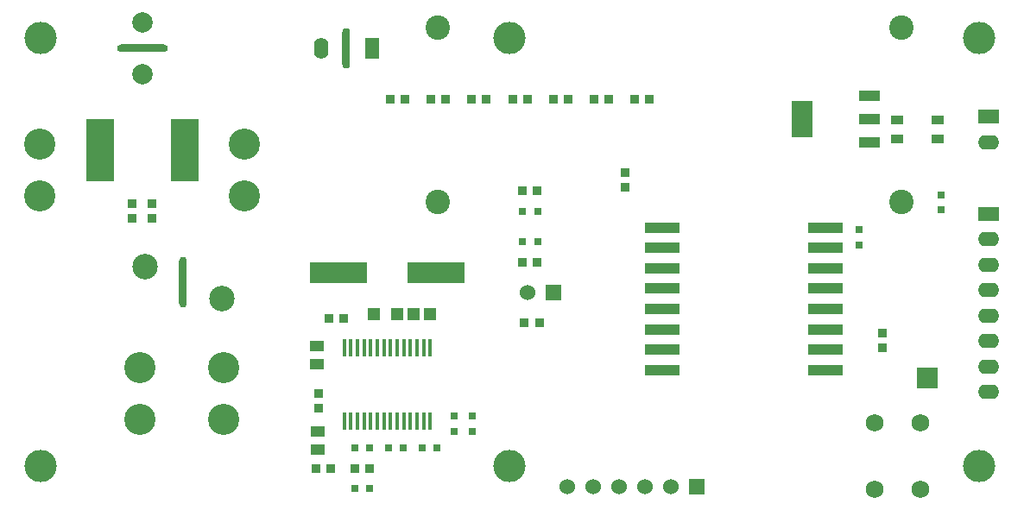
<source format=gts>
G04 #@! TF.FileFunction,Soldermask,Top*
%FSLAX46Y46*%
G04 Gerber Fmt 4.6, Leading zero omitted, Abs format (unit mm)*
G04 Created by KiCad (PCBNEW (2015-06-05 BZR 5717)-product) date Tue 11 Aug 2015 19:51:47 PDT*
%MOMM*%
G01*
G04 APERTURE LIST*
%ADD10C,0.152400*%
%ADD11C,2.400000*%
%ADD12C,3.175000*%
%ADD13R,1.300000X0.900000*%
%ADD14R,0.800000X0.800000*%
%ADD15R,2.100000X1.400000*%
%ADD16O,2.100000X1.400000*%
%ADD17R,1.524000X1.524000*%
%ADD18C,1.524000*%
%ADD19C,3.048000*%
%ADD20R,0.950000X0.950000*%
%ADD21R,2.700000X6.200000*%
%ADD22R,1.400000X1.100000*%
%ADD23C,1.750000*%
%ADD24R,2.032000X2.032000*%
%ADD25R,1.270000X1.270000*%
%ADD26R,2.032000X3.657600*%
%ADD27R,2.032000X1.016000*%
%ADD28R,0.400000X1.750000*%
%ADD29R,3.500000X1.000000*%
%ADD30R,5.600000X2.100000*%
%ADD31R,1.400000X2.100000*%
%ADD32O,1.400000X2.100000*%
%ADD33O,0.762000X4.000000*%
%ADD34C,1.998980*%
%ADD35O,5.000000X0.762000*%
%ADD36C,2.500000*%
%ADD37O,0.762000X5.000000*%
G04 APERTURE END LIST*
D10*
D11*
X152984200Y-95123000D03*
D12*
X160000000Y-121000000D03*
X160000000Y-79000000D03*
D13*
X201990000Y-87047500D03*
X201990000Y-88952500D03*
X197990000Y-87047500D03*
X197990000Y-88952500D03*
D14*
X151396000Y-119263000D03*
X152896000Y-119263000D03*
X148094000Y-119263000D03*
X149594000Y-119263000D03*
X161250000Y-96010000D03*
X162750000Y-96010000D03*
X161250000Y-99010000D03*
X162750000Y-99010000D03*
X144792000Y-123200000D03*
X146292000Y-123200000D03*
X146292000Y-119243000D03*
X144792000Y-119243000D03*
X156327000Y-116090000D03*
X156327000Y-117590000D03*
X154549000Y-116090000D03*
X154549000Y-117590000D03*
X202321000Y-95873000D03*
X202321000Y-94373000D03*
X194249200Y-97802000D03*
X194249200Y-99302000D03*
D15*
X207000000Y-86750000D03*
D16*
X207000000Y-89250000D03*
D17*
X164270000Y-104000000D03*
D18*
X161730000Y-104000000D03*
D16*
X207000000Y-98750000D03*
X207000000Y-101250000D03*
D15*
X207000000Y-96250000D03*
D16*
X207000000Y-103750000D03*
X207000000Y-106250000D03*
X207000000Y-108750000D03*
X207000000Y-111250000D03*
X207000000Y-113750000D03*
D17*
X178350000Y-123000000D03*
D18*
X175810000Y-123000000D03*
X173270000Y-123000000D03*
X170730000Y-123000000D03*
X168190000Y-123000000D03*
X165650000Y-123000000D03*
D19*
X131953000Y-116459000D03*
X131953000Y-111379000D03*
X123698000Y-116459000D03*
X123698000Y-111379000D03*
X113952000Y-94540000D03*
X113952000Y-89460000D03*
X133952000Y-94540000D03*
X133952000Y-89460000D03*
D20*
X148275000Y-85010000D03*
X149725000Y-85010000D03*
X152275000Y-85010000D03*
X153725000Y-85010000D03*
X156275000Y-85010000D03*
X157725000Y-85010000D03*
X122962000Y-96725000D03*
X122962000Y-95275000D03*
D21*
X119802000Y-90000000D03*
X128102000Y-90000000D03*
D20*
X160275000Y-85010000D03*
X161725000Y-85010000D03*
X124962000Y-96725000D03*
X124962000Y-95275000D03*
X164275000Y-85010000D03*
X165725000Y-85010000D03*
X168275000Y-85010000D03*
X169725000Y-85010000D03*
X172275000Y-85010000D03*
X173725000Y-85010000D03*
X161275000Y-94010000D03*
X162725000Y-94010000D03*
X161275000Y-101010000D03*
X162725000Y-101010000D03*
X144817000Y-121295000D03*
X146267000Y-121295000D03*
X142457000Y-121275000D03*
X141007000Y-121275000D03*
X142277000Y-106563000D03*
X143727000Y-106563000D03*
D22*
X141214000Y-117616000D03*
X141214000Y-119366000D03*
X141087000Y-109234000D03*
X141087000Y-110984000D03*
D20*
X196586000Y-107987000D03*
X196586000Y-109437000D03*
X161454000Y-106944000D03*
X162904000Y-106944000D03*
X171313000Y-92239000D03*
X171313000Y-93689000D03*
D23*
X195750000Y-116750000D03*
X200250000Y-116750000D03*
X195750000Y-123250000D03*
X200250000Y-123250000D03*
D24*
X200914000Y-112395000D03*
D25*
X150571200Y-106070400D03*
X148945600Y-106070400D03*
X146710400Y-106070400D03*
X152196800Y-106070400D03*
D26*
X188698000Y-87000000D03*
D27*
X195302000Y-87000000D03*
X195302000Y-84714000D03*
X195302000Y-89286000D03*
D28*
X143775000Y-116600000D03*
X144425000Y-116600000D03*
X145075000Y-116600000D03*
X145725000Y-116600000D03*
X146375000Y-116600000D03*
X147025000Y-116600000D03*
X147675000Y-116600000D03*
X148325000Y-116600000D03*
X148975000Y-116600000D03*
X149625000Y-116600000D03*
X150275000Y-116600000D03*
X150925000Y-116600000D03*
X151575000Y-116600000D03*
X152225000Y-116600000D03*
X152225000Y-109400000D03*
X151575000Y-109400000D03*
X150925000Y-109400000D03*
X150275000Y-109400000D03*
X149625000Y-109400000D03*
X148975000Y-109400000D03*
X148325000Y-109400000D03*
X147675000Y-109400000D03*
X147025000Y-109400000D03*
X146375000Y-109400000D03*
X145725000Y-109400000D03*
X145075000Y-109400000D03*
X144425000Y-109400000D03*
X143775000Y-109400000D03*
D29*
X191000000Y-111600000D03*
X191000000Y-109600000D03*
X191000000Y-107600000D03*
X191000000Y-105600000D03*
X191000000Y-103600000D03*
X191000000Y-101600000D03*
X191000000Y-99600000D03*
X191000000Y-97600000D03*
X175000000Y-97600000D03*
X175000000Y-99600000D03*
X175000000Y-101600000D03*
X175000000Y-103600000D03*
X175000000Y-105600000D03*
X175000000Y-107600000D03*
X175000000Y-109600000D03*
X175000000Y-111600000D03*
D30*
X143250000Y-102000000D03*
X152750000Y-102000000D03*
D12*
X114000000Y-79000000D03*
X206000000Y-79000000D03*
X206000000Y-121000000D03*
X114000000Y-121000000D03*
D11*
X152984200Y-77978000D03*
X198415000Y-77978000D03*
X198415000Y-95123000D03*
D20*
X141234000Y-115329800D03*
X141234000Y-113879800D03*
D31*
X146500000Y-80000000D03*
D32*
X141500000Y-80000000D03*
D33*
X144000000Y-80000000D03*
D34*
X124000000Y-82540000D03*
X124000000Y-77460000D03*
D35*
X124000000Y-80000000D03*
D36*
X131750000Y-104600000D03*
X124250000Y-101400000D03*
D37*
X128000000Y-103000000D03*
M02*

</source>
